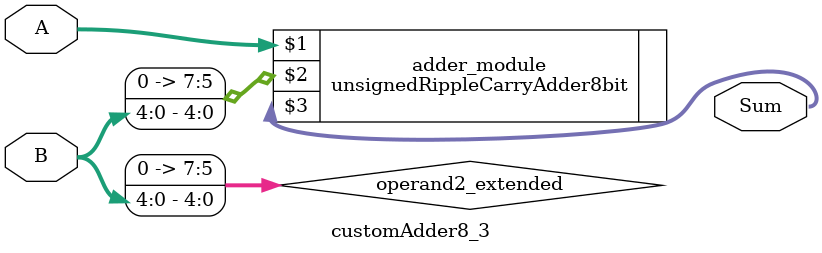
<source format=v>

module customAdder8_3(
                    input [7 : 0] A,
                    input [4 : 0] B,
                    
                    output [8 : 0] Sum
            );

    wire [7 : 0] operand2_extended;
    
    assign operand2_extended =  {3'b0, B};
    
    unsignedRippleCarryAdder8bit adder_module(
        A,
        operand2_extended,
        Sum
    );
    
endmodule
        
</source>
